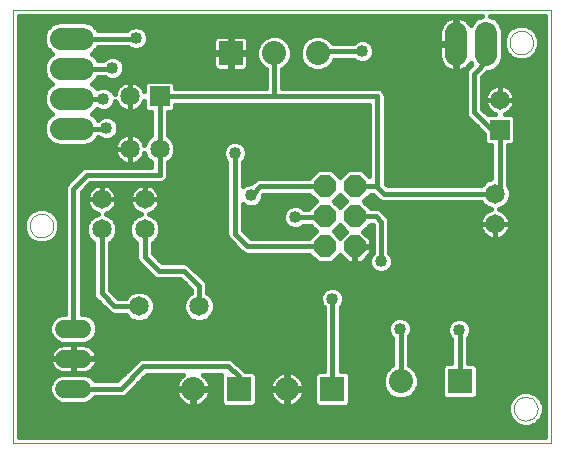
<source format=gbl>
G75*
G70*
%OFA0B0*%
%FSLAX24Y24*%
%IPPOS*%
%LPD*%
%AMOC8*
5,1,8,0,0,1.08239X$1,22.5*
%
%ADD10C,0.0000*%
%ADD11C,0.0650*%
%ADD12R,0.0650X0.0650*%
%ADD13R,0.0800X0.0800*%
%ADD14C,0.0800*%
%ADD15OC8,0.0740*%
%ADD16C,0.0600*%
%ADD17C,0.0740*%
%ADD18C,0.0160*%
%ADD19C,0.0400*%
D10*
X000235Y000146D02*
X000235Y014580D01*
X018168Y014580D01*
X018168Y000146D01*
X000235Y000146D01*
X000776Y007396D02*
X000778Y007435D01*
X000784Y007474D01*
X000794Y007512D01*
X000807Y007549D01*
X000824Y007584D01*
X000844Y007618D01*
X000868Y007649D01*
X000895Y007678D01*
X000924Y007704D01*
X000956Y007727D01*
X000990Y007747D01*
X001026Y007763D01*
X001063Y007775D01*
X001102Y007784D01*
X001141Y007789D01*
X001180Y007790D01*
X001219Y007787D01*
X001258Y007780D01*
X001295Y007769D01*
X001332Y007755D01*
X001367Y007737D01*
X001400Y007716D01*
X001431Y007691D01*
X001459Y007664D01*
X001484Y007634D01*
X001506Y007601D01*
X001525Y007567D01*
X001540Y007531D01*
X001552Y007493D01*
X001560Y007455D01*
X001564Y007416D01*
X001564Y007376D01*
X001560Y007337D01*
X001552Y007299D01*
X001540Y007261D01*
X001525Y007225D01*
X001506Y007191D01*
X001484Y007158D01*
X001459Y007128D01*
X001431Y007101D01*
X001400Y007076D01*
X001367Y007055D01*
X001332Y007037D01*
X001295Y007023D01*
X001258Y007012D01*
X001219Y007005D01*
X001180Y007002D01*
X001141Y007003D01*
X001102Y007008D01*
X001063Y007017D01*
X001026Y007029D01*
X000990Y007045D01*
X000956Y007065D01*
X000924Y007088D01*
X000895Y007114D01*
X000868Y007143D01*
X000844Y007174D01*
X000824Y007208D01*
X000807Y007243D01*
X000794Y007280D01*
X000784Y007318D01*
X000778Y007357D01*
X000776Y007396D01*
X016770Y013498D02*
X016772Y013537D01*
X016778Y013576D01*
X016788Y013614D01*
X016801Y013651D01*
X016818Y013686D01*
X016838Y013720D01*
X016862Y013751D01*
X016889Y013780D01*
X016918Y013806D01*
X016950Y013829D01*
X016984Y013849D01*
X017020Y013865D01*
X017057Y013877D01*
X017096Y013886D01*
X017135Y013891D01*
X017174Y013892D01*
X017213Y013889D01*
X017252Y013882D01*
X017289Y013871D01*
X017326Y013857D01*
X017361Y013839D01*
X017394Y013818D01*
X017425Y013793D01*
X017453Y013766D01*
X017478Y013736D01*
X017500Y013703D01*
X017519Y013669D01*
X017534Y013633D01*
X017546Y013595D01*
X017554Y013557D01*
X017558Y013518D01*
X017558Y013478D01*
X017554Y013439D01*
X017546Y013401D01*
X017534Y013363D01*
X017519Y013327D01*
X017500Y013293D01*
X017478Y013260D01*
X017453Y013230D01*
X017425Y013203D01*
X017394Y013178D01*
X017361Y013157D01*
X017326Y013139D01*
X017289Y013125D01*
X017252Y013114D01*
X017213Y013107D01*
X017174Y013104D01*
X017135Y013105D01*
X017096Y013110D01*
X017057Y013119D01*
X017020Y013131D01*
X016984Y013147D01*
X016950Y013167D01*
X016918Y013190D01*
X016889Y013216D01*
X016862Y013245D01*
X016838Y013276D01*
X016818Y013310D01*
X016801Y013345D01*
X016788Y013382D01*
X016778Y013420D01*
X016772Y013459D01*
X016770Y013498D01*
X016917Y001294D02*
X016919Y001333D01*
X016925Y001372D01*
X016935Y001410D01*
X016948Y001447D01*
X016965Y001482D01*
X016985Y001516D01*
X017009Y001547D01*
X017036Y001576D01*
X017065Y001602D01*
X017097Y001625D01*
X017131Y001645D01*
X017167Y001661D01*
X017204Y001673D01*
X017243Y001682D01*
X017282Y001687D01*
X017321Y001688D01*
X017360Y001685D01*
X017399Y001678D01*
X017436Y001667D01*
X017473Y001653D01*
X017508Y001635D01*
X017541Y001614D01*
X017572Y001589D01*
X017600Y001562D01*
X017625Y001532D01*
X017647Y001499D01*
X017666Y001465D01*
X017681Y001429D01*
X017693Y001391D01*
X017701Y001353D01*
X017705Y001314D01*
X017705Y001274D01*
X017701Y001235D01*
X017693Y001197D01*
X017681Y001159D01*
X017666Y001123D01*
X017647Y001089D01*
X017625Y001056D01*
X017600Y001026D01*
X017572Y000999D01*
X017541Y000974D01*
X017508Y000953D01*
X017473Y000935D01*
X017436Y000921D01*
X017399Y000910D01*
X017360Y000903D01*
X017321Y000900D01*
X017282Y000901D01*
X017243Y000906D01*
X017204Y000915D01*
X017167Y000927D01*
X017131Y000943D01*
X017097Y000963D01*
X017065Y000986D01*
X017036Y001012D01*
X017009Y001041D01*
X016985Y001072D01*
X016965Y001106D01*
X016948Y001141D01*
X016935Y001178D01*
X016925Y001216D01*
X016919Y001255D01*
X016917Y001294D01*
D11*
X016281Y007459D03*
X016281Y008459D03*
X016443Y011598D03*
X006423Y004709D03*
X004423Y004709D03*
X004610Y007271D03*
X004610Y008271D03*
X003173Y008271D03*
X003173Y007271D03*
X004110Y009959D03*
X005110Y009959D03*
X004110Y011709D03*
D12*
X005110Y011709D03*
X016443Y010598D03*
D13*
X007478Y013146D03*
X015110Y002209D03*
X010868Y001959D03*
X007743Y001959D03*
D14*
X009350Y001959D03*
X006225Y001959D03*
X013142Y002209D03*
X010374Y013146D03*
X008926Y013146D03*
D15*
X010610Y008709D03*
X010610Y007709D03*
X011610Y007709D03*
X011610Y008709D03*
X011610Y006709D03*
X010610Y006709D03*
D16*
X002535Y003959D02*
X001935Y003959D01*
X001935Y002959D02*
X002535Y002959D01*
X002535Y001959D02*
X001935Y001959D01*
D17*
X001816Y010633D02*
X002556Y010633D01*
X002556Y011633D02*
X001816Y011633D01*
X001816Y012633D02*
X002556Y012633D01*
X002556Y013633D02*
X001816Y013633D01*
X014983Y013819D02*
X014983Y013079D01*
X015983Y013079D02*
X015983Y013819D01*
D18*
X015983Y013449D02*
X016032Y013448D01*
X016032Y012908D01*
X015589Y012465D01*
X015589Y011185D01*
X016176Y010598D01*
X016443Y010598D01*
X016443Y008621D01*
X016281Y008459D01*
X012595Y008459D01*
X012360Y008693D01*
X012360Y008709D01*
X012360Y011709D01*
X008923Y011709D01*
X008923Y013146D01*
X008926Y013146D01*
X008487Y013556D02*
X008058Y013556D01*
X008058Y013570D02*
X008046Y013616D01*
X008022Y013657D01*
X007989Y013690D01*
X007947Y013714D01*
X007902Y013726D01*
X007516Y013726D01*
X007516Y013185D01*
X007440Y013185D01*
X007440Y013726D01*
X007054Y013726D01*
X007009Y013714D01*
X006967Y013690D01*
X006934Y013657D01*
X006910Y013616D01*
X006898Y013570D01*
X006898Y013185D01*
X007440Y013185D01*
X007440Y013108D01*
X007516Y013108D01*
X007516Y012566D01*
X007902Y012566D01*
X007947Y012579D01*
X007989Y012602D01*
X008022Y012636D01*
X008046Y012677D01*
X008058Y012723D01*
X008058Y013108D01*
X007516Y013108D01*
X007516Y013185D01*
X008058Y013185D01*
X008058Y013570D01*
X008058Y013397D02*
X008380Y013397D01*
X008417Y013486D02*
X008326Y013266D01*
X008326Y013027D01*
X008417Y012807D01*
X008586Y012638D01*
X008643Y012614D01*
X008643Y011989D01*
X005635Y011989D01*
X005635Y012117D01*
X005518Y012234D01*
X004703Y012234D01*
X004585Y012117D01*
X004585Y011881D01*
X004578Y011903D01*
X004542Y011974D01*
X004496Y012038D01*
X004439Y012094D01*
X004375Y012141D01*
X004304Y012177D01*
X004229Y012201D01*
X004150Y012214D01*
X004110Y012214D01*
X004071Y012214D01*
X003992Y012201D01*
X003917Y012177D01*
X003846Y012141D01*
X003782Y012094D01*
X003725Y012038D01*
X003679Y011974D01*
X003642Y011903D01*
X003618Y011827D01*
X003609Y011773D01*
X003576Y011855D01*
X003463Y011967D01*
X003316Y012028D01*
X003157Y012028D01*
X003023Y011973D01*
X002879Y012116D01*
X002839Y012133D01*
X002879Y012150D01*
X003039Y012310D01*
X003057Y012353D01*
X003275Y012353D01*
X003305Y012323D01*
X003452Y012262D01*
X003611Y012262D01*
X003758Y012323D01*
X003871Y012435D01*
X003932Y012582D01*
X003932Y012741D01*
X003871Y012888D01*
X003758Y013001D01*
X003611Y013062D01*
X003452Y013062D01*
X003305Y013001D01*
X003218Y012913D01*
X003057Y012913D01*
X003039Y012956D01*
X002879Y013116D01*
X002839Y013133D01*
X002879Y013150D01*
X003039Y013310D01*
X003057Y013353D01*
X004046Y013353D01*
X004093Y013307D01*
X004240Y013246D01*
X004399Y013246D01*
X004546Y013307D01*
X004658Y013419D01*
X004719Y013566D01*
X004719Y013725D01*
X004658Y013873D01*
X014434Y013873D01*
X014433Y013862D02*
X014433Y013479D01*
X014953Y013479D01*
X014953Y014369D01*
X014939Y014369D01*
X014854Y014356D01*
X014771Y014329D01*
X014694Y014289D01*
X014624Y014239D01*
X014563Y014177D01*
X014512Y014107D01*
X014473Y014030D01*
X014446Y013948D01*
X014433Y013862D01*
X014433Y013714D02*
X010570Y013714D01*
X010493Y013746D02*
X010255Y013746D01*
X010034Y013655D01*
X009865Y013486D01*
X009774Y013266D01*
X009774Y013027D01*
X009865Y012807D01*
X010034Y012638D01*
X010255Y012546D01*
X010493Y012546D01*
X010714Y012638D01*
X010883Y012807D01*
X010933Y012929D01*
X011575Y012929D01*
X011634Y012870D01*
X011781Y012809D01*
X011940Y012809D01*
X012087Y012870D01*
X012200Y012982D01*
X012260Y013129D01*
X012260Y013288D01*
X012200Y013435D01*
X012087Y013548D01*
X011940Y013609D01*
X011781Y013609D01*
X011634Y013548D01*
X011575Y013489D01*
X010880Y013489D01*
X010714Y013655D01*
X010493Y013746D01*
X010177Y013714D02*
X009122Y013714D01*
X009045Y013746D02*
X008807Y013746D01*
X008586Y013655D01*
X008417Y013486D01*
X008326Y013239D02*
X008058Y013239D01*
X008058Y013080D02*
X008326Y013080D01*
X008369Y012922D02*
X008058Y012922D01*
X008058Y012763D02*
X008460Y012763D01*
X008643Y012605D02*
X007991Y012605D01*
X007516Y012605D02*
X007440Y012605D01*
X007440Y012566D02*
X007440Y013108D01*
X006898Y013108D01*
X006898Y012723D01*
X006910Y012677D01*
X006934Y012636D01*
X006967Y012602D01*
X007009Y012579D01*
X007054Y012566D01*
X007440Y012566D01*
X007440Y012763D02*
X007516Y012763D01*
X007516Y012922D02*
X007440Y012922D01*
X007440Y013080D02*
X007516Y013080D01*
X007516Y013239D02*
X007440Y013239D01*
X007440Y013397D02*
X007516Y013397D01*
X007516Y013556D02*
X007440Y013556D01*
X007440Y013714D02*
X007516Y013714D01*
X007010Y013714D02*
X004719Y013714D01*
X004715Y013556D02*
X006898Y013556D01*
X006898Y013397D02*
X004636Y013397D01*
X004319Y013646D02*
X004306Y013633D01*
X002186Y013633D01*
X001703Y014203D02*
X001493Y014116D01*
X001333Y013956D01*
X001246Y013747D01*
X001246Y013520D01*
X001333Y013310D01*
X001493Y013150D01*
X001534Y013133D01*
X001493Y013116D01*
X001333Y012956D01*
X001246Y012747D01*
X001246Y012520D01*
X001333Y012310D01*
X001493Y012150D01*
X001534Y012133D01*
X001493Y012116D01*
X001333Y011956D01*
X001246Y011747D01*
X001246Y011520D01*
X001333Y011310D01*
X001493Y011150D01*
X001534Y011133D01*
X001493Y011116D01*
X001333Y010956D01*
X001246Y010747D01*
X001246Y010520D01*
X001333Y010310D01*
X001493Y010150D01*
X001703Y010063D01*
X002670Y010063D01*
X002879Y010150D01*
X003039Y010310D01*
X003057Y010353D01*
X003060Y010353D01*
X003108Y010305D01*
X003255Y010244D01*
X003414Y010244D01*
X003561Y010305D01*
X003674Y010417D01*
X003735Y010564D01*
X003735Y010724D01*
X003674Y010871D01*
X003561Y010983D01*
X003414Y011044D01*
X003255Y011044D01*
X003108Y010983D01*
X003052Y010926D01*
X003039Y010956D01*
X002879Y011116D01*
X002839Y011133D01*
X002879Y011150D01*
X003016Y011287D01*
X003157Y011228D01*
X003316Y011228D01*
X003463Y011289D01*
X003576Y011402D01*
X003634Y011542D01*
X003642Y011515D01*
X003679Y011444D01*
X003725Y011380D01*
X003782Y011324D01*
X003846Y011277D01*
X003917Y011241D01*
X003992Y011216D01*
X004071Y011204D01*
X004110Y011204D01*
X004110Y011709D01*
X004110Y012214D01*
X004110Y011709D01*
X004110Y011709D01*
X004110Y011709D01*
X004110Y011204D01*
X004150Y011204D01*
X004229Y011216D01*
X004304Y011241D01*
X004375Y011277D01*
X004439Y011324D01*
X004496Y011380D01*
X004542Y011444D01*
X004578Y011515D01*
X004585Y011537D01*
X004585Y011301D01*
X004703Y011184D01*
X004830Y011184D01*
X004830Y010411D01*
X004813Y010404D01*
X004665Y010256D01*
X004598Y010093D01*
X004578Y010153D01*
X004542Y010224D01*
X004496Y010288D01*
X004439Y010344D01*
X004375Y010391D01*
X004304Y010427D01*
X004229Y010451D01*
X004150Y010464D01*
X004110Y010464D01*
X004071Y010464D01*
X003992Y010451D01*
X003917Y010427D01*
X003846Y010391D01*
X003782Y010344D01*
X003725Y010288D01*
X003679Y010224D01*
X003642Y010153D01*
X003618Y010077D01*
X003605Y009999D01*
X003605Y009959D01*
X004110Y009959D01*
X004110Y009959D01*
X003605Y009959D01*
X003605Y009919D01*
X003618Y009841D01*
X003642Y009765D01*
X003679Y009694D01*
X003725Y009630D01*
X003782Y009574D01*
X003846Y009527D01*
X003917Y009491D01*
X003992Y009466D01*
X004071Y009454D01*
X004110Y009454D01*
X004110Y009959D01*
X004110Y010464D01*
X004110Y009959D01*
X004110Y009959D01*
X004110Y009959D01*
X004110Y009454D01*
X004150Y009454D01*
X004229Y009466D01*
X004304Y009491D01*
X004375Y009527D01*
X004439Y009574D01*
X004496Y009630D01*
X004542Y009694D01*
X004578Y009765D01*
X004598Y009825D01*
X004665Y009662D01*
X004813Y009514D01*
X004830Y009507D01*
X004830Y009364D01*
X002630Y009364D01*
X002528Y009321D01*
X002449Y009243D01*
X001998Y008792D01*
X001955Y008689D01*
X001955Y004459D01*
X001836Y004459D01*
X001652Y004383D01*
X001512Y004242D01*
X001435Y004058D01*
X001435Y003859D01*
X001512Y003676D01*
X001652Y003535D01*
X001836Y003459D01*
X002635Y003459D01*
X002819Y003535D01*
X002959Y003676D01*
X003035Y003859D01*
X003035Y004058D01*
X002959Y004242D01*
X002819Y004383D01*
X002635Y004459D01*
X002515Y004459D01*
X002515Y008517D01*
X002802Y008804D01*
X005166Y008804D01*
X005269Y008847D01*
X005348Y008925D01*
X005390Y009028D01*
X005390Y009507D01*
X005408Y009514D01*
X005556Y009662D01*
X005635Y009854D01*
X005635Y010063D01*
X005556Y010256D01*
X005408Y010404D01*
X005390Y010411D01*
X005390Y011184D01*
X005518Y011184D01*
X005635Y011301D01*
X005635Y011429D01*
X012080Y011429D01*
X012080Y009045D01*
X011847Y009279D01*
X011374Y009279D01*
X011110Y009015D01*
X010847Y009279D01*
X010374Y009279D01*
X010084Y008989D01*
X008408Y008989D01*
X008305Y008946D01*
X008164Y008806D01*
X008080Y008806D01*
X007933Y008745D01*
X007890Y008702D01*
X007890Y009530D01*
X007950Y009589D01*
X008010Y009736D01*
X008010Y009895D01*
X007950Y010042D01*
X007837Y010154D01*
X007690Y010215D01*
X007531Y010215D01*
X007384Y010154D01*
X007271Y010042D01*
X007210Y009895D01*
X007210Y009736D01*
X007271Y009589D01*
X007330Y009530D01*
X007330Y007072D01*
X007373Y006970D01*
X007792Y006550D01*
X007871Y006472D01*
X007974Y006429D01*
X010084Y006429D01*
X010374Y006139D01*
X010847Y006139D01*
X011125Y006417D01*
X011383Y006159D01*
X011590Y006159D01*
X011590Y006689D01*
X011630Y006689D01*
X011630Y006159D01*
X011838Y006159D01*
X012160Y006481D01*
X012160Y006689D01*
X011630Y006689D01*
X011630Y006729D01*
X012160Y006729D01*
X012160Y006937D01*
X011902Y007195D01*
X012137Y007429D01*
X012193Y007429D01*
X012205Y007416D01*
X012205Y006495D01*
X012146Y006435D01*
X012085Y006288D01*
X012085Y006129D01*
X012146Y005982D01*
X012259Y005870D01*
X012406Y005809D01*
X012565Y005809D01*
X012712Y005870D01*
X012825Y005982D01*
X012885Y006129D01*
X012885Y006288D01*
X012825Y006435D01*
X012765Y006495D01*
X012765Y007588D01*
X012723Y007691D01*
X012546Y007868D01*
X012467Y007946D01*
X012364Y007989D01*
X012137Y007989D01*
X011917Y008209D01*
X012137Y008429D01*
X012229Y008429D01*
X012357Y008300D01*
X012436Y008222D01*
X012539Y008179D01*
X015828Y008179D01*
X015836Y008162D01*
X015983Y008014D01*
X016146Y007946D01*
X016087Y007927D01*
X016016Y007891D01*
X015952Y007844D01*
X015896Y007788D01*
X015849Y007724D01*
X015813Y007653D01*
X015788Y007577D01*
X015776Y007499D01*
X015776Y007459D01*
X016281Y007459D01*
X016786Y007459D01*
X016786Y007499D01*
X016773Y007577D01*
X016749Y007653D01*
X016713Y007724D01*
X016666Y007788D01*
X016610Y007844D01*
X016545Y007891D01*
X016475Y007927D01*
X016415Y007946D01*
X016578Y008014D01*
X016726Y008162D01*
X016806Y008354D01*
X016806Y008563D01*
X016726Y008756D01*
X016723Y008759D01*
X016723Y010073D01*
X016851Y010073D01*
X016968Y010190D01*
X016968Y011006D01*
X016851Y011123D01*
X016615Y011123D01*
X016637Y011130D01*
X016708Y011166D01*
X016772Y011213D01*
X016828Y011269D01*
X016875Y011334D01*
X016911Y011404D01*
X016936Y011480D01*
X016948Y011558D01*
X016948Y011598D01*
X016443Y011598D01*
X015938Y011598D01*
X015938Y011558D01*
X015951Y011480D01*
X015975Y011404D01*
X016011Y011334D01*
X016058Y011269D01*
X016114Y011213D01*
X016178Y011166D01*
X016249Y011130D01*
X016271Y011123D01*
X016047Y011123D01*
X015869Y011301D01*
X015869Y012349D01*
X016029Y012509D01*
X016096Y012509D01*
X016305Y012596D01*
X016466Y012756D01*
X016553Y012966D01*
X016553Y013932D01*
X016466Y014142D01*
X016305Y014302D01*
X016118Y014380D01*
X017968Y014380D01*
X017968Y000346D01*
X000435Y000346D01*
X000435Y014380D01*
X015847Y014380D01*
X015660Y014302D01*
X015499Y014142D01*
X015471Y014073D01*
X015453Y014107D01*
X015402Y014177D01*
X015341Y014239D01*
X015271Y014289D01*
X015194Y014329D01*
X015111Y014356D01*
X015026Y014369D01*
X015013Y014369D01*
X015013Y013479D01*
X014953Y013479D01*
X014953Y013419D01*
X015013Y013419D01*
X015013Y012529D01*
X015026Y012529D01*
X015111Y012543D01*
X015194Y012569D01*
X015271Y012609D01*
X015341Y012660D01*
X015402Y012721D01*
X015453Y012791D01*
X015471Y012825D01*
X015495Y012767D01*
X015351Y012623D01*
X015309Y012521D01*
X015309Y011130D01*
X015351Y011027D01*
X015430Y010948D01*
X015430Y010948D01*
X015918Y010460D01*
X015918Y010190D01*
X016035Y010073D01*
X016163Y010073D01*
X016163Y008978D01*
X015983Y008904D01*
X015836Y008756D01*
X015828Y008739D01*
X012711Y008739D01*
X012640Y008809D01*
X012640Y011765D01*
X012598Y011868D01*
X012519Y011946D01*
X012416Y011989D01*
X009203Y011989D01*
X009203Y012612D01*
X009266Y012638D01*
X009435Y012807D01*
X009526Y013027D01*
X009526Y013266D01*
X009435Y013486D01*
X009266Y013655D01*
X009045Y013746D01*
X008729Y013714D02*
X007946Y013714D01*
X006898Y013239D02*
X002968Y013239D01*
X002915Y013080D02*
X006898Y013080D01*
X006898Y012922D02*
X003837Y012922D01*
X003923Y012763D02*
X006898Y012763D01*
X006965Y012605D02*
X003932Y012605D01*
X003876Y012446D02*
X008643Y012446D01*
X008643Y012288D02*
X003675Y012288D01*
X003830Y012129D02*
X002848Y012129D01*
X003017Y012288D02*
X003389Y012288D01*
X003454Y011971D02*
X003677Y011971D01*
X003616Y011812D02*
X003593Y011812D01*
X003236Y011628D02*
X001941Y011628D01*
X002186Y011633D01*
X001525Y012129D02*
X000435Y012129D01*
X000435Y011971D02*
X001348Y011971D01*
X001274Y011812D02*
X000435Y011812D01*
X000435Y011654D02*
X001246Y011654D01*
X001256Y011495D02*
X000435Y011495D01*
X000435Y011337D02*
X001322Y011337D01*
X001465Y011178D02*
X000435Y011178D01*
X000435Y011020D02*
X001397Y011020D01*
X001294Y010861D02*
X000435Y010861D01*
X000435Y010703D02*
X001246Y010703D01*
X001246Y010544D02*
X000435Y010544D01*
X000435Y010386D02*
X001302Y010386D01*
X001416Y010227D02*
X000435Y010227D01*
X000435Y010069D02*
X001689Y010069D01*
X002186Y010633D02*
X003324Y010633D01*
X003335Y010644D01*
X003472Y011020D02*
X004830Y011020D01*
X004830Y011178D02*
X002908Y011178D01*
X002976Y011020D02*
X003197Y011020D01*
X003511Y011337D02*
X003768Y011337D01*
X003652Y011495D02*
X003614Y011495D01*
X004110Y011495D02*
X004110Y011495D01*
X004110Y011337D02*
X004110Y011337D01*
X004110Y011654D02*
X004110Y011654D01*
X004110Y011812D02*
X004110Y011812D01*
X004110Y011971D02*
X004110Y011971D01*
X004110Y012129D02*
X004110Y012129D01*
X004391Y012129D02*
X004598Y012129D01*
X004585Y011971D02*
X004544Y011971D01*
X005110Y011709D02*
X008923Y011709D01*
X009203Y012129D02*
X015309Y012129D01*
X015309Y011971D02*
X012460Y011971D01*
X012621Y011812D02*
X015309Y011812D01*
X015309Y011654D02*
X012640Y011654D01*
X012640Y011495D02*
X015309Y011495D01*
X015309Y011337D02*
X012640Y011337D01*
X012640Y011178D02*
X015309Y011178D01*
X015358Y011020D02*
X012640Y011020D01*
X012640Y010861D02*
X015517Y010861D01*
X015675Y010703D02*
X012640Y010703D01*
X012640Y010544D02*
X015834Y010544D01*
X015918Y010386D02*
X012640Y010386D01*
X012640Y010227D02*
X015918Y010227D01*
X016163Y010069D02*
X012640Y010069D01*
X012640Y009910D02*
X016163Y009910D01*
X016163Y009752D02*
X012640Y009752D01*
X012640Y009593D02*
X016163Y009593D01*
X016163Y009435D02*
X012640Y009435D01*
X012640Y009276D02*
X016163Y009276D01*
X016163Y009118D02*
X012640Y009118D01*
X012640Y008959D02*
X016117Y008959D01*
X015880Y008801D02*
X012649Y008801D01*
X012360Y008709D02*
X011610Y008709D01*
X012033Y008325D02*
X012332Y008325D01*
X012117Y008008D02*
X015996Y008008D01*
X015960Y007850D02*
X012564Y007850D01*
X012722Y007691D02*
X015832Y007691D01*
X015781Y007533D02*
X012765Y007533D01*
X012485Y007532D02*
X012309Y007709D01*
X011610Y007709D01*
X011262Y008167D02*
X010959Y008167D01*
X010917Y008209D02*
X011110Y008015D01*
X011304Y008209D01*
X011110Y008403D01*
X010917Y008209D01*
X011033Y008325D02*
X011188Y008325D01*
X010610Y008709D02*
X008463Y008709D01*
X008209Y008455D01*
X008160Y008406D01*
X008560Y008409D02*
X008579Y008429D01*
X010084Y008429D01*
X010304Y008209D01*
X010053Y007958D01*
X009912Y007958D01*
X009853Y008017D01*
X009706Y008078D01*
X009547Y008078D01*
X009400Y008017D01*
X009287Y007904D01*
X009226Y007757D01*
X009226Y007598D01*
X009287Y007451D01*
X009400Y007339D01*
X009547Y007278D01*
X009706Y007278D01*
X009853Y007339D01*
X009912Y007398D01*
X010116Y007398D01*
X010304Y007209D01*
X010084Y006989D01*
X008146Y006989D01*
X007890Y007244D01*
X007890Y008109D01*
X007933Y008067D01*
X008080Y008006D01*
X008239Y008006D01*
X008386Y008067D01*
X008499Y008179D01*
X008560Y008326D01*
X008560Y008409D01*
X008559Y008325D02*
X010188Y008325D01*
X010262Y008167D02*
X008487Y008167D01*
X008246Y008008D02*
X009391Y008008D01*
X009265Y007850D02*
X007890Y007850D01*
X007890Y008008D02*
X008074Y008008D01*
X007890Y007691D02*
X009226Y007691D01*
X009253Y007533D02*
X007890Y007533D01*
X007890Y007374D02*
X009364Y007374D01*
X009889Y007374D02*
X010139Y007374D01*
X010297Y007216D02*
X007919Y007216D01*
X008077Y007057D02*
X010153Y007057D01*
X010610Y006709D02*
X008030Y006709D01*
X007610Y007128D01*
X007610Y009815D01*
X007299Y010069D02*
X005633Y010069D01*
X005635Y009910D02*
X007217Y009910D01*
X007210Y009752D02*
X005593Y009752D01*
X005487Y009593D02*
X007269Y009593D01*
X007330Y009435D02*
X005390Y009435D01*
X005390Y009276D02*
X007330Y009276D01*
X007330Y009118D02*
X005390Y009118D01*
X005362Y008959D02*
X007330Y008959D01*
X007330Y008801D02*
X002799Y008801D01*
X002908Y008703D02*
X002844Y008657D01*
X002788Y008600D01*
X002741Y008536D01*
X002705Y008465D01*
X002680Y008390D01*
X002668Y008311D01*
X002668Y008271D01*
X002668Y008232D01*
X002680Y008153D01*
X002705Y008078D01*
X002741Y008007D01*
X002788Y007942D01*
X002844Y007886D01*
X002908Y007839D01*
X002979Y007803D01*
X003039Y007784D01*
X002876Y007716D01*
X002728Y007569D01*
X002648Y007376D01*
X002648Y007167D01*
X002728Y006974D01*
X002876Y006826D01*
X002893Y006819D01*
X002893Y005082D01*
X002936Y004979D01*
X003014Y004901D01*
X003443Y004472D01*
X003546Y004429D01*
X003971Y004429D01*
X003978Y004412D01*
X004126Y004264D01*
X004319Y004184D01*
X004527Y004184D01*
X004720Y004264D01*
X004868Y004412D01*
X004948Y004604D01*
X004948Y004813D01*
X004868Y005006D01*
X004720Y005154D01*
X004527Y005234D01*
X004319Y005234D01*
X004126Y005154D01*
X003978Y005006D01*
X003971Y004989D01*
X003718Y004989D01*
X003453Y005254D01*
X003453Y006819D01*
X003470Y006826D01*
X003618Y006974D01*
X003698Y007167D01*
X003698Y007376D01*
X003618Y007569D01*
X003470Y007716D01*
X003307Y007784D01*
X003367Y007803D01*
X003438Y007839D01*
X003502Y007886D01*
X003558Y007942D01*
X003605Y008007D01*
X003641Y008078D01*
X003666Y008153D01*
X003678Y008232D01*
X003678Y008271D01*
X003173Y008271D01*
X002668Y008271D01*
X003173Y008271D01*
X003173Y008271D01*
X003173Y008271D01*
X003678Y008271D01*
X003678Y008311D01*
X003666Y008390D01*
X003641Y008465D01*
X003605Y008536D01*
X003558Y008600D01*
X003502Y008657D01*
X003438Y008703D01*
X003367Y008739D01*
X003291Y008764D01*
X003213Y008776D01*
X003173Y008776D01*
X003133Y008776D01*
X003055Y008764D01*
X002979Y008739D01*
X002908Y008703D01*
X002830Y008642D02*
X002641Y008642D01*
X002715Y008484D02*
X002515Y008484D01*
X002515Y008325D02*
X002670Y008325D01*
X002678Y008167D02*
X002515Y008167D01*
X002515Y008008D02*
X002740Y008008D01*
X002894Y007850D02*
X002515Y007850D01*
X002515Y007691D02*
X002851Y007691D01*
X002713Y007533D02*
X002515Y007533D01*
X002515Y007374D02*
X002648Y007374D01*
X002648Y007216D02*
X002515Y007216D01*
X002515Y007057D02*
X002693Y007057D01*
X002803Y006899D02*
X002515Y006899D01*
X002515Y006740D02*
X002893Y006740D01*
X002893Y006582D02*
X002515Y006582D01*
X002515Y006423D02*
X002893Y006423D01*
X002893Y006265D02*
X002515Y006265D01*
X002515Y006106D02*
X002893Y006106D01*
X002893Y005948D02*
X002515Y005948D01*
X002515Y005789D02*
X002893Y005789D01*
X002893Y005631D02*
X002515Y005631D01*
X002515Y005472D02*
X002893Y005472D01*
X002893Y005314D02*
X002515Y005314D01*
X002515Y005155D02*
X002893Y005155D01*
X002928Y004997D02*
X002515Y004997D01*
X002515Y004838D02*
X003077Y004838D01*
X003235Y004680D02*
X002515Y004680D01*
X002515Y004521D02*
X003394Y004521D01*
X003602Y004709D02*
X003173Y005138D01*
X003173Y007271D01*
X003653Y007057D02*
X004131Y007057D01*
X004165Y006974D02*
X004313Y006826D01*
X004330Y006819D01*
X004330Y006302D01*
X004373Y006199D01*
X004835Y005738D01*
X004913Y005659D01*
X005016Y005616D01*
X005794Y005616D01*
X006143Y005268D01*
X006143Y005161D01*
X006126Y005154D01*
X005978Y005006D01*
X005898Y004813D01*
X005898Y004604D01*
X005978Y004412D01*
X006126Y004264D01*
X006319Y004184D01*
X006527Y004184D01*
X006720Y004264D01*
X006868Y004412D01*
X006948Y004604D01*
X006948Y004813D01*
X006868Y005006D01*
X006720Y005154D01*
X006703Y005161D01*
X006703Y005440D01*
X006660Y005542D01*
X006582Y005621D01*
X006069Y006134D01*
X005966Y006176D01*
X005188Y006176D01*
X004890Y006474D01*
X004890Y006819D01*
X004908Y006826D01*
X005056Y006974D01*
X005135Y007167D01*
X005135Y007376D01*
X005056Y007569D01*
X004908Y007716D01*
X004745Y007784D01*
X004804Y007803D01*
X004875Y007839D01*
X004939Y007886D01*
X004996Y007942D01*
X005042Y008007D01*
X005078Y008078D01*
X005103Y008153D01*
X005115Y008232D01*
X005115Y008271D01*
X004610Y008271D01*
X004105Y008271D01*
X004105Y008232D01*
X004118Y008153D01*
X004142Y008078D01*
X004179Y008007D01*
X004225Y007942D01*
X004282Y007886D01*
X004346Y007839D01*
X004417Y007803D01*
X004476Y007784D01*
X004313Y007716D01*
X004165Y007569D01*
X004085Y007376D01*
X004085Y007167D01*
X004165Y006974D01*
X004240Y006899D02*
X003543Y006899D01*
X003453Y006740D02*
X004330Y006740D01*
X004330Y006582D02*
X003453Y006582D01*
X003453Y006423D02*
X004330Y006423D01*
X004346Y006265D02*
X003453Y006265D01*
X003453Y006106D02*
X004466Y006106D01*
X004624Y005948D02*
X003453Y005948D01*
X003453Y005789D02*
X004783Y005789D01*
X004981Y005631D02*
X003453Y005631D01*
X003453Y005472D02*
X005938Y005472D01*
X006097Y005314D02*
X003453Y005314D01*
X003551Y005155D02*
X004129Y005155D01*
X003974Y004997D02*
X003710Y004997D01*
X003602Y004709D02*
X004423Y004709D01*
X004914Y004521D02*
X005932Y004521D01*
X005898Y004680D02*
X004948Y004680D01*
X004938Y004838D02*
X005908Y004838D01*
X005974Y004997D02*
X004872Y004997D01*
X004717Y005155D02*
X006129Y005155D01*
X006423Y005384D02*
X006423Y004709D01*
X006914Y004521D02*
X010580Y004521D01*
X010580Y004673D02*
X010580Y002559D01*
X010385Y002559D01*
X010268Y002442D01*
X010268Y001476D01*
X010385Y001359D01*
X011351Y001359D01*
X011468Y001476D01*
X011468Y002442D01*
X011351Y002559D01*
X011140Y002559D01*
X011140Y004673D01*
X011200Y004732D01*
X011260Y004879D01*
X011260Y005038D01*
X011200Y005185D01*
X011087Y005298D01*
X010940Y005359D01*
X010781Y005359D01*
X010634Y005298D01*
X010521Y005185D01*
X010460Y005038D01*
X010460Y004879D01*
X010521Y004732D01*
X010580Y004673D01*
X010574Y004680D02*
X006948Y004680D01*
X006938Y004838D02*
X010477Y004838D01*
X010460Y004997D02*
X006872Y004997D01*
X006717Y005155D02*
X010509Y005155D01*
X010672Y005314D02*
X006703Y005314D01*
X006423Y005384D02*
X005910Y005896D01*
X005072Y005896D01*
X004610Y006358D01*
X004610Y007271D01*
X005090Y007057D02*
X007337Y007057D01*
X007330Y007216D02*
X005135Y007216D01*
X005135Y007374D02*
X007330Y007374D01*
X007330Y007533D02*
X005070Y007533D01*
X004933Y007691D02*
X007330Y007691D01*
X007330Y007850D02*
X004890Y007850D01*
X005043Y008008D02*
X007330Y008008D01*
X007330Y008167D02*
X005105Y008167D01*
X005115Y008271D02*
X005115Y008311D01*
X005103Y008390D01*
X005078Y008465D01*
X005042Y008536D01*
X004996Y008600D01*
X004939Y008657D01*
X004875Y008703D01*
X004804Y008739D01*
X004729Y008764D01*
X004650Y008776D01*
X004610Y008776D01*
X004571Y008776D01*
X004492Y008764D01*
X004417Y008739D01*
X004346Y008703D01*
X004282Y008657D01*
X004225Y008600D01*
X004179Y008536D01*
X004142Y008465D01*
X004118Y008390D01*
X004105Y008311D01*
X004105Y008271D01*
X004610Y008271D01*
X004610Y008271D01*
X004610Y008776D01*
X004610Y008271D01*
X004610Y008271D01*
X004610Y008271D01*
X005115Y008271D01*
X005113Y008325D02*
X007330Y008325D01*
X007330Y008484D02*
X005069Y008484D01*
X004954Y008642D02*
X007330Y008642D01*
X007890Y008801D02*
X008069Y008801D01*
X007890Y008959D02*
X008336Y008959D01*
X007890Y009118D02*
X010213Y009118D01*
X010372Y009276D02*
X007890Y009276D01*
X007890Y009435D02*
X012080Y009435D01*
X012080Y009593D02*
X007952Y009593D01*
X008010Y009752D02*
X012080Y009752D01*
X012080Y009910D02*
X008004Y009910D01*
X007922Y010069D02*
X012080Y010069D01*
X012080Y010227D02*
X005568Y010227D01*
X005426Y010386D02*
X012080Y010386D01*
X012080Y010544D02*
X005390Y010544D01*
X005390Y010703D02*
X012080Y010703D01*
X012080Y010861D02*
X005390Y010861D01*
X005390Y011020D02*
X012080Y011020D01*
X012080Y011178D02*
X005390Y011178D01*
X005635Y011337D02*
X012080Y011337D01*
X010635Y012605D02*
X014702Y012605D01*
X014694Y012609D02*
X014771Y012569D01*
X014854Y012543D01*
X014939Y012529D01*
X014953Y012529D01*
X014953Y013419D01*
X014433Y013419D01*
X014433Y013036D01*
X014446Y012950D01*
X014473Y012868D01*
X014512Y012791D01*
X014563Y012721D01*
X014624Y012660D01*
X014694Y012609D01*
X014532Y012763D02*
X010839Y012763D01*
X010930Y012922D02*
X011582Y012922D01*
X011860Y013209D02*
X010436Y013209D01*
X010374Y013146D01*
X010298Y013146D01*
X009935Y013556D02*
X009365Y013556D01*
X009471Y013397D02*
X009828Y013397D01*
X009774Y013239D02*
X009526Y013239D01*
X009526Y013080D02*
X009774Y013080D01*
X009817Y012922D02*
X009482Y012922D01*
X009392Y012763D02*
X009908Y012763D01*
X010113Y012605D02*
X009203Y012605D01*
X009203Y012446D02*
X015309Y012446D01*
X015309Y012288D02*
X009203Y012288D01*
X008643Y012129D02*
X005623Y012129D01*
X005110Y011709D02*
X005110Y009959D01*
X005110Y009084D01*
X002686Y009084D01*
X002235Y008633D01*
X002235Y003959D01*
X002215Y003439D02*
X001898Y003439D01*
X001823Y003427D01*
X001751Y003404D01*
X001684Y003369D01*
X001623Y003325D01*
X001569Y003272D01*
X001525Y003210D01*
X001491Y003143D01*
X001467Y003071D01*
X001455Y002997D01*
X001455Y002979D01*
X002215Y002979D01*
X002215Y002939D01*
X001455Y002939D01*
X001455Y002921D01*
X001467Y002847D01*
X001491Y002775D01*
X001525Y002707D01*
X001569Y002646D01*
X001623Y002593D01*
X001684Y002548D01*
X001751Y002514D01*
X001823Y002491D01*
X001898Y002479D01*
X002215Y002479D01*
X002215Y002939D01*
X002255Y002939D01*
X002255Y002479D01*
X002573Y002479D01*
X002648Y002491D01*
X002720Y002514D01*
X002787Y002548D01*
X002848Y002593D01*
X002902Y002646D01*
X002946Y002707D01*
X002980Y002775D01*
X003004Y002847D01*
X003015Y002921D01*
X003015Y002939D01*
X002255Y002939D01*
X002255Y002979D01*
X002215Y002979D01*
X002215Y003439D01*
X002215Y003412D02*
X002255Y003412D01*
X002255Y003439D02*
X002255Y002979D01*
X003015Y002979D01*
X003015Y002997D01*
X003004Y003071D01*
X002980Y003143D01*
X002946Y003210D01*
X002902Y003272D01*
X002848Y003325D01*
X002787Y003369D01*
X002720Y003404D01*
X002648Y003427D01*
X002573Y003439D01*
X002255Y003439D01*
X002255Y003253D02*
X002215Y003253D01*
X002215Y003095D02*
X002255Y003095D01*
X002255Y002936D02*
X002215Y002936D01*
X002215Y002778D02*
X002255Y002778D01*
X002255Y002619D02*
X002215Y002619D01*
X001836Y002459D02*
X001652Y002383D01*
X001512Y002242D01*
X001435Y002058D01*
X001435Y001859D01*
X001512Y001676D01*
X001652Y001535D01*
X001836Y001459D01*
X002635Y001459D01*
X002819Y001535D01*
X002959Y001676D01*
X002961Y001679D01*
X003875Y001679D01*
X003978Y001722D01*
X004057Y001800D01*
X004685Y002429D01*
X005885Y002429D01*
X005847Y002401D01*
X005783Y002337D01*
X005729Y002263D01*
X005688Y002182D01*
X005659Y002095D01*
X005645Y002005D01*
X005645Y001997D01*
X006187Y001997D01*
X006187Y001921D01*
X005645Y001921D01*
X005645Y001913D01*
X005659Y001823D01*
X005688Y001736D01*
X005729Y001655D01*
X005783Y001581D01*
X005847Y001517D01*
X005921Y001463D01*
X006002Y001421D01*
X006089Y001393D01*
X006179Y001379D01*
X006187Y001379D01*
X006187Y001921D01*
X006263Y001921D01*
X006263Y001997D01*
X006805Y001997D01*
X006805Y002005D01*
X006791Y002095D01*
X006763Y002182D01*
X006721Y002263D01*
X006667Y002337D01*
X006603Y002401D01*
X006565Y002429D01*
X007143Y002429D01*
X007143Y001476D01*
X007260Y001359D01*
X008226Y001359D01*
X008343Y001476D01*
X008343Y002442D01*
X008226Y002559D01*
X007969Y002559D01*
X007969Y002560D01*
X007934Y002590D01*
X007902Y002623D01*
X007892Y002627D01*
X007561Y002914D01*
X007529Y002946D01*
X007520Y002950D01*
X007512Y002957D01*
X007468Y002971D01*
X007426Y002989D01*
X007416Y002989D01*
X007406Y002992D01*
X007360Y002989D01*
X004514Y002989D01*
X004411Y002946D01*
X004332Y002868D01*
X004332Y002868D01*
X003703Y002239D01*
X002961Y002239D01*
X002959Y002242D01*
X002819Y002383D01*
X002635Y002459D01*
X001836Y002459D01*
X001596Y002619D02*
X000435Y002619D01*
X000435Y002461D02*
X003925Y002461D01*
X003767Y002302D02*
X002899Y002302D01*
X002875Y002619D02*
X004084Y002619D01*
X004242Y002778D02*
X002981Y002778D01*
X003015Y002936D02*
X004401Y002936D01*
X004569Y002709D02*
X007370Y002709D01*
X007743Y002385D01*
X007743Y001959D01*
X008343Y001985D02*
X009312Y001985D01*
X009312Y001997D02*
X009312Y001921D01*
X008770Y001921D01*
X008770Y001913D01*
X008784Y001823D01*
X008813Y001736D01*
X008854Y001655D01*
X008908Y001581D01*
X008972Y001517D01*
X009046Y001463D01*
X009127Y001421D01*
X009214Y001393D01*
X009304Y001379D01*
X009312Y001379D01*
X009312Y001921D01*
X009388Y001921D01*
X009388Y001997D01*
X009312Y001997D01*
X009312Y002539D01*
X009304Y002539D01*
X009214Y002525D01*
X009127Y002496D01*
X009046Y002455D01*
X008972Y002401D01*
X008908Y002337D01*
X008854Y002263D01*
X008813Y002182D01*
X008784Y002095D01*
X008770Y002005D01*
X008770Y001997D01*
X009312Y001997D01*
X009388Y001997D02*
X009388Y002539D01*
X009396Y002539D01*
X009486Y002525D01*
X009573Y002496D01*
X009654Y002455D01*
X009728Y002401D01*
X009792Y002337D01*
X009846Y002263D01*
X009888Y002182D01*
X009916Y002095D01*
X009930Y002005D01*
X009930Y001997D01*
X009388Y001997D01*
X009388Y001985D02*
X010268Y001985D01*
X010268Y001827D02*
X009916Y001827D01*
X009916Y001823D02*
X009930Y001913D01*
X009930Y001921D01*
X009388Y001921D01*
X009388Y001379D01*
X009396Y001379D01*
X009486Y001393D01*
X009573Y001421D01*
X009654Y001463D01*
X009728Y001517D01*
X009792Y001581D01*
X009846Y001655D01*
X009888Y001736D01*
X009916Y001823D01*
X009853Y001668D02*
X010268Y001668D01*
X010268Y001510D02*
X009719Y001510D01*
X009388Y001510D02*
X009312Y001510D01*
X009312Y001668D02*
X009388Y001668D01*
X009388Y001827D02*
X009312Y001827D01*
X009312Y002144D02*
X009388Y002144D01*
X009388Y002302D02*
X009312Y002302D01*
X009312Y002461D02*
X009388Y002461D01*
X009642Y002461D02*
X010287Y002461D01*
X010268Y002302D02*
X009817Y002302D01*
X009900Y002144D02*
X010268Y002144D01*
X010580Y002619D02*
X007905Y002619D01*
X007718Y002778D02*
X010580Y002778D01*
X010580Y002936D02*
X007539Y002936D01*
X007143Y002302D02*
X006692Y002302D01*
X006775Y002144D02*
X007143Y002144D01*
X007143Y001985D02*
X006263Y001985D01*
X006263Y001921D02*
X006805Y001921D01*
X006805Y001913D01*
X006791Y001823D01*
X006763Y001736D01*
X006721Y001655D01*
X006667Y001581D01*
X006603Y001517D01*
X006529Y001463D01*
X006448Y001421D01*
X006361Y001393D01*
X006271Y001379D01*
X006263Y001379D01*
X006263Y001921D01*
X006263Y001827D02*
X006187Y001827D01*
X006187Y001985D02*
X004242Y001985D01*
X004083Y001827D02*
X005659Y001827D01*
X005722Y001668D02*
X002952Y001668D01*
X002758Y001510D02*
X005856Y001510D01*
X006187Y001510D02*
X006263Y001510D01*
X006263Y001668D02*
X006187Y001668D01*
X006594Y001510D02*
X007143Y001510D01*
X007143Y001668D02*
X006728Y001668D01*
X006791Y001827D02*
X007143Y001827D01*
X008343Y001827D02*
X008784Y001827D01*
X008847Y001668D02*
X008343Y001668D01*
X008343Y001510D02*
X008981Y001510D01*
X008800Y002144D02*
X008343Y002144D01*
X008343Y002302D02*
X008883Y002302D01*
X009058Y002461D02*
X008324Y002461D01*
X010580Y003095D02*
X002996Y003095D01*
X002915Y003253D02*
X010580Y003253D01*
X010580Y003412D02*
X002695Y003412D01*
X002854Y003570D02*
X010580Y003570D01*
X010580Y003729D02*
X002981Y003729D01*
X003035Y003887D02*
X010580Y003887D01*
X010580Y004046D02*
X003035Y004046D01*
X002975Y004204D02*
X004269Y004204D01*
X004577Y004204D02*
X006269Y004204D01*
X006577Y004204D02*
X010580Y004204D01*
X010580Y004363D02*
X006819Y004363D01*
X006026Y004363D02*
X004819Y004363D01*
X004026Y004363D02*
X002839Y004363D01*
X001955Y004521D02*
X000435Y004521D01*
X000435Y004363D02*
X001632Y004363D01*
X001496Y004204D02*
X000435Y004204D01*
X000435Y004046D02*
X001435Y004046D01*
X001435Y003887D02*
X000435Y003887D01*
X000435Y003729D02*
X001490Y003729D01*
X001617Y003570D02*
X000435Y003570D01*
X000435Y003412D02*
X001776Y003412D01*
X001556Y003253D02*
X000435Y003253D01*
X000435Y003095D02*
X001475Y003095D01*
X001455Y002936D02*
X000435Y002936D01*
X000435Y002778D02*
X001490Y002778D01*
X001572Y002302D02*
X000435Y002302D01*
X000435Y002144D02*
X001471Y002144D01*
X001435Y001985D02*
X000435Y001985D01*
X000435Y001827D02*
X001449Y001827D01*
X001519Y001668D02*
X000435Y001668D01*
X000435Y001510D02*
X001713Y001510D01*
X002235Y001959D02*
X003819Y001959D01*
X004569Y002709D01*
X004559Y002302D02*
X005758Y002302D01*
X005675Y002144D02*
X004400Y002144D01*
X004057Y001800D02*
X004057Y001800D01*
X001955Y004680D02*
X000435Y004680D01*
X000435Y004838D02*
X001955Y004838D01*
X001955Y004997D02*
X000435Y004997D01*
X000435Y005155D02*
X001955Y005155D01*
X001955Y005314D02*
X000435Y005314D01*
X000435Y005472D02*
X001955Y005472D01*
X001955Y005631D02*
X000435Y005631D01*
X000435Y005789D02*
X001955Y005789D01*
X001955Y005948D02*
X000435Y005948D01*
X000435Y006106D02*
X001955Y006106D01*
X001955Y006265D02*
X000435Y006265D01*
X000435Y006423D02*
X001955Y006423D01*
X001955Y006582D02*
X000435Y006582D01*
X000435Y006740D02*
X001955Y006740D01*
X001955Y006899D02*
X001512Y006899D01*
X001506Y006893D02*
X001673Y007060D01*
X001763Y007278D01*
X001763Y007514D01*
X001673Y007732D01*
X001506Y007899D01*
X001288Y007990D01*
X001051Y007990D01*
X000833Y007899D01*
X000666Y007732D01*
X000576Y007514D01*
X000576Y007278D01*
X000666Y007060D01*
X000833Y006893D01*
X001051Y006802D01*
X001288Y006802D01*
X001506Y006893D01*
X001671Y007057D02*
X001955Y007057D01*
X001955Y007216D02*
X001738Y007216D01*
X001763Y007374D02*
X001955Y007374D01*
X001955Y007533D02*
X001755Y007533D01*
X001690Y007691D02*
X001955Y007691D01*
X001955Y007850D02*
X001555Y007850D01*
X001955Y008008D02*
X000435Y008008D01*
X000435Y007850D02*
X000784Y007850D01*
X000649Y007691D02*
X000435Y007691D01*
X000435Y007533D02*
X000584Y007533D01*
X000576Y007374D02*
X000435Y007374D01*
X000435Y007216D02*
X000601Y007216D01*
X000668Y007057D02*
X000435Y007057D01*
X000435Y006899D02*
X000827Y006899D01*
X000435Y008167D02*
X001955Y008167D01*
X001955Y008325D02*
X000435Y008325D01*
X000435Y008484D02*
X001955Y008484D01*
X001955Y008642D02*
X000435Y008642D01*
X000435Y008801D02*
X002007Y008801D01*
X002166Y008959D02*
X000435Y008959D01*
X000435Y009118D02*
X002324Y009118D01*
X002483Y009276D02*
X000435Y009276D01*
X000435Y009435D02*
X004830Y009435D01*
X004733Y009593D02*
X004459Y009593D01*
X004572Y009752D02*
X004628Y009752D01*
X004653Y010227D02*
X004540Y010227D01*
X004382Y010386D02*
X004795Y010386D01*
X004830Y010544D02*
X003727Y010544D01*
X003735Y010703D02*
X004830Y010703D01*
X004830Y010861D02*
X003678Y010861D01*
X003643Y010386D02*
X003839Y010386D01*
X003681Y010227D02*
X002957Y010227D01*
X002684Y010069D02*
X003617Y010069D01*
X003607Y009910D02*
X000435Y009910D01*
X000435Y009752D02*
X003649Y009752D01*
X003762Y009593D02*
X000435Y009593D01*
X003173Y008776D02*
X003173Y008271D01*
X003173Y008271D01*
X003173Y008776D01*
X003173Y008642D02*
X003173Y008642D01*
X003173Y008484D02*
X003173Y008484D01*
X003173Y008325D02*
X003173Y008325D01*
X003516Y008642D02*
X004267Y008642D01*
X004152Y008484D02*
X003631Y008484D01*
X003676Y008325D02*
X004108Y008325D01*
X004116Y008167D02*
X003668Y008167D01*
X003606Y008008D02*
X004178Y008008D01*
X004331Y007850D02*
X003452Y007850D01*
X003495Y007691D02*
X004288Y007691D01*
X004151Y007533D02*
X003633Y007533D01*
X003698Y007374D02*
X004085Y007374D01*
X004085Y007216D02*
X003698Y007216D01*
X004890Y006740D02*
X007602Y006740D01*
X007761Y006582D02*
X004890Y006582D01*
X004941Y006423D02*
X010090Y006423D01*
X010248Y006265D02*
X005099Y006265D01*
X004980Y006899D02*
X007444Y006899D01*
X006255Y005948D02*
X012181Y005948D01*
X012095Y006106D02*
X006096Y006106D01*
X006413Y005789D02*
X017968Y005789D01*
X017968Y005631D02*
X006572Y005631D01*
X006689Y005472D02*
X017968Y005472D01*
X017968Y005314D02*
X011049Y005314D01*
X011212Y005155D02*
X017968Y005155D01*
X017968Y004997D02*
X011260Y004997D01*
X011244Y004838D02*
X017968Y004838D01*
X017968Y004680D02*
X011147Y004680D01*
X011140Y004521D02*
X017968Y004521D01*
X017968Y004363D02*
X011140Y004363D01*
X011140Y004204D02*
X012790Y004204D01*
X012771Y004185D02*
X012710Y004038D01*
X012710Y003879D01*
X012771Y003732D01*
X012862Y003642D01*
X012862Y002742D01*
X012802Y002718D01*
X012633Y002549D01*
X012542Y002328D01*
X012542Y002090D01*
X012633Y001869D01*
X012802Y001700D01*
X013023Y001609D01*
X013261Y001609D01*
X013482Y001700D01*
X013651Y001869D01*
X013742Y002090D01*
X013742Y002328D01*
X013651Y002549D01*
X013482Y002718D01*
X013422Y002742D01*
X013422Y003705D01*
X013450Y003732D01*
X013510Y003879D01*
X013510Y004038D01*
X013450Y004185D01*
X013337Y004298D01*
X013190Y004359D01*
X013031Y004359D01*
X012884Y004298D01*
X012771Y004185D01*
X012714Y004046D02*
X011140Y004046D01*
X011140Y003887D02*
X012710Y003887D01*
X012775Y003729D02*
X011140Y003729D01*
X011140Y003570D02*
X012862Y003570D01*
X012862Y003412D02*
X011140Y003412D01*
X011140Y003253D02*
X012862Y003253D01*
X012862Y003095D02*
X011140Y003095D01*
X011140Y002936D02*
X012862Y002936D01*
X012862Y002778D02*
X011140Y002778D01*
X011140Y002619D02*
X012704Y002619D01*
X012597Y002461D02*
X011449Y002461D01*
X011468Y002302D02*
X012542Y002302D01*
X012542Y002144D02*
X011468Y002144D01*
X011468Y001985D02*
X012585Y001985D01*
X012675Y001827D02*
X011468Y001827D01*
X011468Y001668D02*
X012879Y001668D01*
X013405Y001668D02*
X014568Y001668D01*
X014510Y001726D02*
X014628Y001609D01*
X015593Y001609D01*
X015710Y001726D01*
X015710Y002692D01*
X015593Y002809D01*
X015390Y002809D01*
X015390Y003658D01*
X015434Y003701D01*
X015495Y003848D01*
X015495Y004007D01*
X015434Y004154D01*
X015321Y004267D01*
X015174Y004328D01*
X015015Y004328D01*
X014868Y004267D01*
X014756Y004154D01*
X014695Y004007D01*
X014695Y003848D01*
X014756Y003701D01*
X014830Y003626D01*
X014830Y002809D01*
X014628Y002809D01*
X014510Y002692D01*
X014510Y001726D01*
X014510Y001827D02*
X013609Y001827D01*
X013699Y001985D02*
X014510Y001985D01*
X014510Y002144D02*
X013742Y002144D01*
X013742Y002302D02*
X014510Y002302D01*
X014510Y002461D02*
X013687Y002461D01*
X013580Y002619D02*
X014510Y002619D01*
X014597Y002778D02*
X013422Y002778D01*
X013422Y002936D02*
X014830Y002936D01*
X014830Y003095D02*
X013422Y003095D01*
X013422Y003253D02*
X014830Y003253D01*
X014830Y003412D02*
X013422Y003412D01*
X013422Y003570D02*
X014830Y003570D01*
X014744Y003729D02*
X013446Y003729D01*
X013510Y003887D02*
X014695Y003887D01*
X014711Y004046D02*
X013507Y004046D01*
X013431Y004204D02*
X014806Y004204D01*
X015095Y003928D02*
X015110Y003928D01*
X015110Y002209D01*
X015710Y002144D02*
X017968Y002144D01*
X017968Y002302D02*
X015710Y002302D01*
X015710Y002461D02*
X017968Y002461D01*
X017968Y002619D02*
X015710Y002619D01*
X015624Y002778D02*
X017968Y002778D01*
X017968Y002936D02*
X015390Y002936D01*
X015390Y003095D02*
X017968Y003095D01*
X017968Y003253D02*
X015390Y003253D01*
X015390Y003412D02*
X017968Y003412D01*
X017968Y003570D02*
X015390Y003570D01*
X015446Y003729D02*
X017968Y003729D01*
X017968Y003887D02*
X015495Y003887D01*
X015479Y004046D02*
X017968Y004046D01*
X017968Y004204D02*
X015384Y004204D01*
X013142Y003959D02*
X013142Y002209D01*
X011468Y001510D02*
X016758Y001510D01*
X016718Y001412D02*
X016718Y001175D01*
X016808Y000957D01*
X016975Y000790D01*
X017193Y000700D01*
X017429Y000700D01*
X017648Y000790D01*
X017815Y000957D01*
X017905Y001175D01*
X017905Y001412D01*
X017815Y001630D01*
X017648Y001797D01*
X017429Y001887D01*
X017193Y001887D01*
X016975Y001797D01*
X016808Y001630D01*
X016718Y001412D01*
X016718Y001351D02*
X000435Y001351D01*
X000435Y001193D02*
X016718Y001193D01*
X016776Y001034D02*
X000435Y001034D01*
X000435Y000876D02*
X016889Y000876D01*
X017151Y000717D02*
X000435Y000717D01*
X000435Y000559D02*
X017968Y000559D01*
X017968Y000717D02*
X017472Y000717D01*
X017733Y000876D02*
X017968Y000876D01*
X017968Y001034D02*
X017847Y001034D01*
X017905Y001193D02*
X017968Y001193D01*
X017968Y001351D02*
X017905Y001351D01*
X017864Y001510D02*
X017968Y001510D01*
X017968Y001668D02*
X017776Y001668D01*
X017968Y001827D02*
X017575Y001827D01*
X017968Y001985D02*
X015710Y001985D01*
X015710Y001827D02*
X017048Y001827D01*
X016847Y001668D02*
X015653Y001668D01*
X017968Y000400D02*
X000435Y000400D01*
X009626Y007678D02*
X010579Y007678D01*
X010610Y007709D01*
X010104Y008008D02*
X009861Y008008D01*
X010917Y007209D02*
X011125Y007001D01*
X011319Y007195D01*
X011110Y007403D01*
X010917Y007209D01*
X010924Y007216D02*
X011297Y007216D01*
X011181Y007057D02*
X011068Y007057D01*
X011082Y007374D02*
X011139Y007374D01*
X011924Y007216D02*
X012205Y007216D01*
X012205Y007374D02*
X012082Y007374D01*
X012040Y007057D02*
X012205Y007057D01*
X012205Y006899D02*
X012160Y006899D01*
X012160Y006740D02*
X012205Y006740D01*
X012205Y006582D02*
X012160Y006582D01*
X012141Y006423D02*
X012103Y006423D01*
X012085Y006265D02*
X011944Y006265D01*
X011630Y006265D02*
X011590Y006265D01*
X011590Y006423D02*
X011630Y006423D01*
X011630Y006582D02*
X011590Y006582D01*
X011277Y006265D02*
X010973Y006265D01*
X010860Y004959D02*
X010860Y001966D01*
X010868Y001959D01*
X013110Y003959D02*
X013142Y003959D01*
X012790Y005948D02*
X017968Y005948D01*
X017968Y006106D02*
X012876Y006106D01*
X012885Y006265D02*
X017968Y006265D01*
X017968Y006423D02*
X012830Y006423D01*
X012765Y006582D02*
X017968Y006582D01*
X017968Y006740D02*
X012765Y006740D01*
X012765Y006899D02*
X017968Y006899D01*
X017968Y007057D02*
X016587Y007057D01*
X016610Y007074D02*
X016666Y007130D01*
X016713Y007194D01*
X016749Y007265D01*
X016773Y007341D01*
X016786Y007419D01*
X016786Y007459D01*
X016281Y007459D01*
X016281Y007459D01*
X016281Y006954D01*
X016321Y006954D01*
X016399Y006966D01*
X016475Y006991D01*
X016545Y007027D01*
X016610Y007074D01*
X016724Y007216D02*
X017968Y007216D01*
X017968Y007374D02*
X016779Y007374D01*
X016780Y007533D02*
X017968Y007533D01*
X017968Y007691D02*
X016729Y007691D01*
X016602Y007850D02*
X017968Y007850D01*
X017968Y008008D02*
X016565Y008008D01*
X016728Y008167D02*
X017968Y008167D01*
X017968Y008325D02*
X016794Y008325D01*
X016806Y008484D02*
X017968Y008484D01*
X017968Y008642D02*
X016773Y008642D01*
X016723Y008801D02*
X017968Y008801D01*
X017968Y008959D02*
X016723Y008959D01*
X016723Y009118D02*
X017968Y009118D01*
X017968Y009276D02*
X016723Y009276D01*
X016723Y009435D02*
X017968Y009435D01*
X017968Y009593D02*
X016723Y009593D01*
X016723Y009752D02*
X017968Y009752D01*
X017968Y009910D02*
X016723Y009910D01*
X016723Y010069D02*
X017968Y010069D01*
X017968Y010227D02*
X016968Y010227D01*
X016968Y010386D02*
X017968Y010386D01*
X017968Y010544D02*
X016968Y010544D01*
X016968Y010703D02*
X017968Y010703D01*
X017968Y010861D02*
X016968Y010861D01*
X016954Y011020D02*
X017968Y011020D01*
X017968Y011178D02*
X016725Y011178D01*
X016877Y011337D02*
X017968Y011337D01*
X017968Y011495D02*
X016938Y011495D01*
X016948Y011598D02*
X016948Y011638D01*
X016936Y011716D01*
X016911Y011792D01*
X016875Y011863D01*
X016828Y011927D01*
X016772Y011983D01*
X016708Y012030D01*
X016637Y012066D01*
X016561Y012091D01*
X016483Y012103D01*
X016443Y012103D01*
X016403Y012103D01*
X016325Y012091D01*
X016249Y012066D01*
X016178Y012030D01*
X016114Y011983D01*
X016058Y011927D01*
X016011Y011863D01*
X015975Y011792D01*
X015951Y011716D01*
X015938Y011638D01*
X015938Y011598D01*
X016443Y011598D01*
X016443Y011598D01*
X016443Y011598D01*
X016443Y012103D01*
X016443Y011598D01*
X016443Y011598D01*
X016948Y011598D01*
X016946Y011654D02*
X017968Y011654D01*
X017968Y011812D02*
X016901Y011812D01*
X016785Y011971D02*
X017968Y011971D01*
X017968Y012129D02*
X015869Y012129D01*
X015869Y011971D02*
X016102Y011971D01*
X015986Y011812D02*
X015869Y011812D01*
X015869Y011654D02*
X015941Y011654D01*
X015948Y011495D02*
X015869Y011495D01*
X015869Y011337D02*
X016009Y011337D01*
X015992Y011178D02*
X016162Y011178D01*
X016443Y011654D02*
X016443Y011654D01*
X016443Y011812D02*
X016443Y011812D01*
X016443Y011971D02*
X016443Y011971D01*
X015869Y012288D02*
X017968Y012288D01*
X017968Y012446D02*
X015966Y012446D01*
X016315Y012605D02*
X017968Y012605D01*
X017968Y012763D02*
X016469Y012763D01*
X016534Y012922D02*
X017004Y012922D01*
X017046Y012905D02*
X017282Y012905D01*
X017500Y012995D01*
X017667Y013162D01*
X017757Y013380D01*
X017757Y013616D01*
X017667Y013835D01*
X017500Y014002D01*
X017282Y014092D01*
X017046Y014092D01*
X016827Y014002D01*
X016660Y013835D01*
X016570Y013616D01*
X016570Y013380D01*
X016660Y013162D01*
X016827Y012995D01*
X017046Y012905D01*
X016742Y013080D02*
X016553Y013080D01*
X016553Y013239D02*
X016628Y013239D01*
X016570Y013397D02*
X016553Y013397D01*
X016553Y013556D02*
X016570Y013556D01*
X016553Y013714D02*
X016611Y013714D01*
X016553Y013873D02*
X016699Y013873D01*
X016512Y014031D02*
X016899Y014031D01*
X016418Y014190D02*
X017968Y014190D01*
X017968Y014348D02*
X016194Y014348D01*
X015771Y014348D02*
X015133Y014348D01*
X015013Y014348D02*
X014953Y014348D01*
X014832Y014348D02*
X000435Y014348D01*
X000435Y014190D02*
X001671Y014190D01*
X001703Y014203D02*
X002670Y014203D01*
X002879Y014116D01*
X003039Y013956D01*
X003057Y013913D01*
X004021Y013913D01*
X004093Y013985D01*
X004240Y014046D01*
X004399Y014046D01*
X004546Y013985D01*
X004658Y013873D01*
X004434Y014031D02*
X014473Y014031D01*
X014576Y014190D02*
X002701Y014190D01*
X002964Y014031D02*
X004205Y014031D01*
X003226Y012922D02*
X003054Y012922D01*
X003503Y012633D02*
X003532Y012662D01*
X003503Y012633D02*
X002186Y012633D01*
X001458Y013080D02*
X000435Y013080D01*
X000435Y012922D02*
X001319Y012922D01*
X001253Y012763D02*
X000435Y012763D01*
X000435Y012605D02*
X001246Y012605D01*
X001277Y012446D02*
X000435Y012446D01*
X000435Y012288D02*
X001355Y012288D01*
X001404Y013239D02*
X000435Y013239D01*
X000435Y013397D02*
X001297Y013397D01*
X001246Y013556D02*
X000435Y013556D01*
X000435Y013714D02*
X001246Y013714D01*
X001299Y013873D02*
X000435Y013873D01*
X000435Y014031D02*
X001409Y014031D01*
X004568Y011495D02*
X004585Y011495D01*
X004585Y011337D02*
X004453Y011337D01*
X004110Y010386D02*
X004110Y010386D01*
X004110Y010227D02*
X004110Y010227D01*
X004110Y010069D02*
X004110Y010069D01*
X004110Y009910D02*
X004110Y009910D01*
X004110Y009752D02*
X004110Y009752D01*
X004110Y009593D02*
X004110Y009593D01*
X004610Y008642D02*
X004610Y008642D01*
X004610Y008484D02*
X004610Y008484D01*
X004610Y008325D02*
X004610Y008325D01*
X010849Y009276D02*
X011372Y009276D01*
X011213Y009118D02*
X011008Y009118D01*
X011849Y009276D02*
X012080Y009276D01*
X012080Y009118D02*
X012008Y009118D01*
X011959Y008167D02*
X015833Y008167D01*
X015776Y007459D02*
X015776Y007419D01*
X015788Y007341D01*
X015813Y007265D01*
X015849Y007194D01*
X015896Y007130D01*
X015952Y007074D01*
X016016Y007027D01*
X016087Y006991D01*
X016163Y006966D01*
X016241Y006954D01*
X016281Y006954D01*
X016281Y007459D01*
X016281Y007459D01*
X016281Y007459D01*
X015776Y007459D01*
X015783Y007374D02*
X012765Y007374D01*
X012765Y007216D02*
X015838Y007216D01*
X015974Y007057D02*
X012765Y007057D01*
X012485Y007532D02*
X012485Y006209D01*
X013360Y006209D02*
X013360Y006146D01*
X016281Y007057D02*
X016281Y007057D01*
X016281Y007216D02*
X016281Y007216D01*
X016281Y007374D02*
X016281Y007374D01*
X015344Y012605D02*
X015264Y012605D01*
X015433Y012763D02*
X015491Y012763D01*
X015013Y012763D02*
X014953Y012763D01*
X014953Y012605D02*
X015013Y012605D01*
X015013Y012922D02*
X014953Y012922D01*
X014953Y013080D02*
X015013Y013080D01*
X015013Y013239D02*
X014953Y013239D01*
X014953Y013397D02*
X015013Y013397D01*
X015013Y013556D02*
X014953Y013556D01*
X014953Y013714D02*
X015013Y013714D01*
X015013Y013873D02*
X014953Y013873D01*
X014953Y014031D02*
X015013Y014031D01*
X015013Y014190D02*
X014953Y014190D01*
X015389Y014190D02*
X015547Y014190D01*
X014433Y013556D02*
X012068Y013556D01*
X012215Y013397D02*
X014433Y013397D01*
X014433Y013239D02*
X012260Y013239D01*
X012240Y013080D02*
X014433Y013080D01*
X014455Y012922D02*
X012139Y012922D01*
X011653Y013556D02*
X010813Y013556D01*
X017324Y012922D02*
X017968Y012922D01*
X017968Y013080D02*
X017585Y013080D01*
X017699Y013239D02*
X017968Y013239D01*
X017968Y013397D02*
X017757Y013397D01*
X017757Y013556D02*
X017968Y013556D01*
X017968Y013714D02*
X017717Y013714D01*
X017629Y013873D02*
X017968Y013873D01*
X017968Y014031D02*
X017428Y014031D01*
D19*
X011860Y013209D03*
X007610Y009815D03*
X008160Y008406D03*
X009626Y007678D03*
X010720Y009631D03*
X012485Y006209D03*
X013360Y006146D03*
X010860Y004959D03*
X013110Y003959D03*
X015095Y003928D03*
X003532Y012662D03*
X003236Y011628D03*
X003335Y010644D03*
X004319Y013646D03*
M02*

</source>
